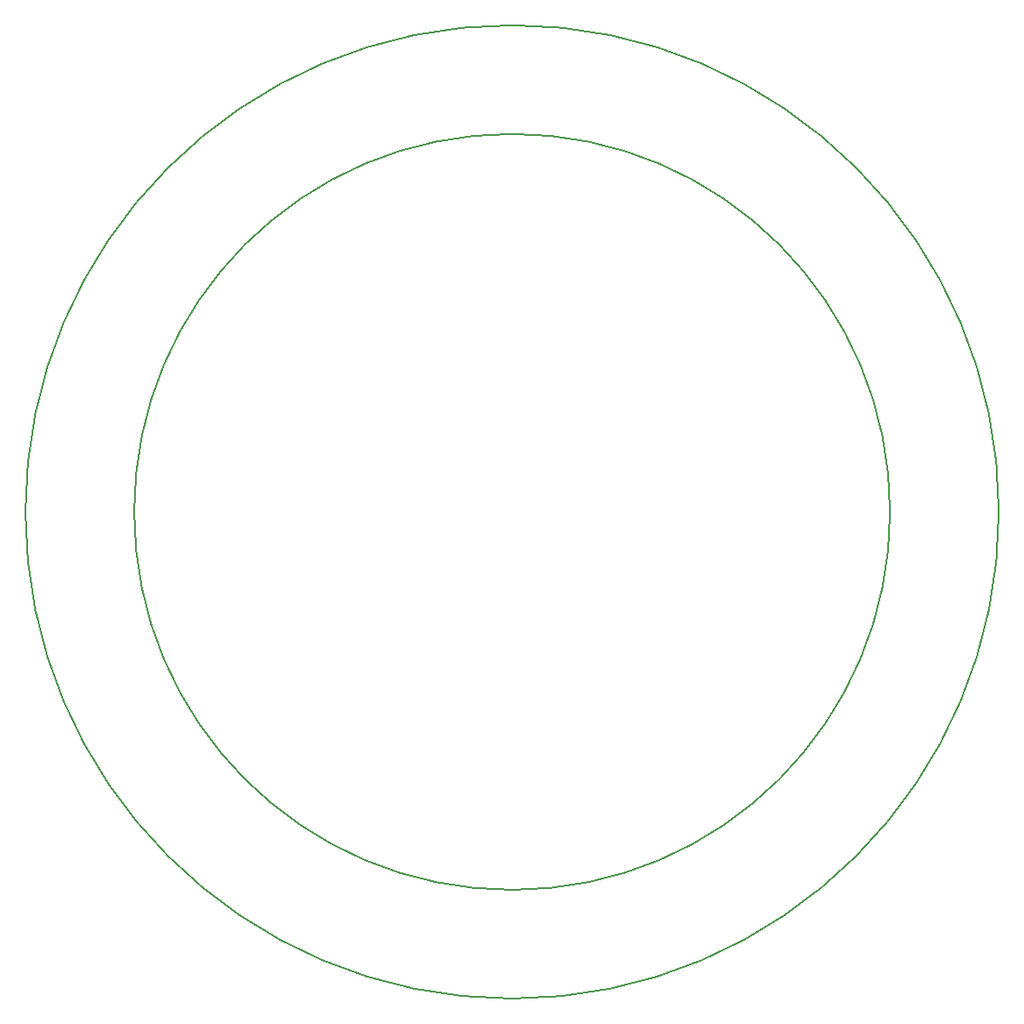
<source format=gbr>
G04 #@! TF.GenerationSoftware,KiCad,Pcbnew,5.0.2-bee76a0~70~ubuntu16.04.1*
G04 #@! TF.CreationDate,2019-03-20T11:46:08+01:00*
G04 #@! TF.ProjectId,ring,72696e67-2e6b-4696-9361-645f70636258,rev?*
G04 #@! TF.SameCoordinates,Original*
G04 #@! TF.FileFunction,Profile,NP*
%FSLAX46Y46*%
G04 Gerber Fmt 4.6, Leading zero omitted, Abs format (unit mm)*
G04 Created by KiCad (PCBNEW 5.0.2-bee76a0~70~ubuntu16.04.1) date Wed 20 Mar 2019 11:46:08 AM CET*
%MOMM*%
%LPD*%
G01*
G04 APERTURE LIST*
%ADD10C,0.200000*%
G04 APERTURE END LIST*
D10*
X136500000Y-100000000D02*
G75*
G03X136500000Y-100000000I-36500000J0D01*
G01*
X147000000Y-100000000D02*
G75*
G03X147000000Y-100000000I-47000000J0D01*
G01*
M02*

</source>
